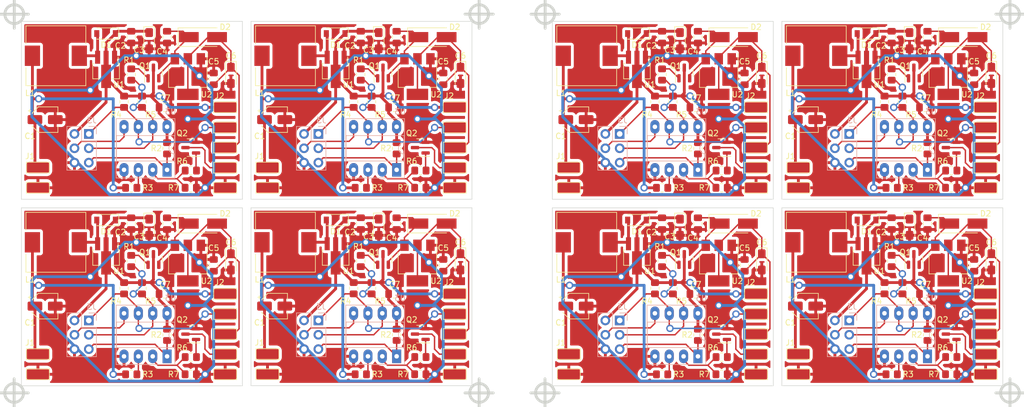
<source format=kicad_pcb>
(kicad_pcb (version 20211014) (generator pcbnew)

  (general
    (thickness 1.6)
  )

  (paper "A5")
  (title_block
    (title "Napoleon Grill Battery Supply")
    (date "2024-10-22")
    (rev "0.1-alpha")
    (company "Yavook!de")
  )

  (layers
    (0 "F.Cu" signal)
    (31 "B.Cu" signal)
    (32 "B.Adhes" user "B.Adhesive")
    (33 "F.Adhes" user "F.Adhesive")
    (34 "B.Paste" user)
    (35 "F.Paste" user)
    (36 "B.SilkS" user "B.Silkscreen")
    (37 "F.SilkS" user "F.Silkscreen")
    (38 "B.Mask" user)
    (39 "F.Mask" user)
    (40 "Dwgs.User" user "User.Drawings")
    (41 "Cmts.User" user "User.Comments")
    (42 "Eco1.User" user "User.Eco1")
    (43 "Eco2.User" user "User.Eco2")
    (44 "Edge.Cuts" user)
    (45 "Margin" user)
    (46 "B.CrtYd" user "B.Courtyard")
    (47 "F.CrtYd" user "F.Courtyard")
    (48 "B.Fab" user)
    (49 "F.Fab" user)
    (50 "User.1" user "Nutzer.1")
    (51 "User.2" user "Nutzer.2")
    (52 "User.3" user "Nutzer.3")
    (53 "User.4" user "Nutzer.4")
    (54 "User.5" user "Nutzer.5")
    (55 "User.6" user "Nutzer.6")
    (56 "User.7" user "Nutzer.7")
    (57 "User.8" user "Nutzer.8")
    (58 "User.9" user "Nutzer.9")
  )

  (setup
    (stackup
      (layer "F.SilkS" (type "Top Silk Screen"))
      (layer "F.Paste" (type "Top Solder Paste"))
      (layer "F.Mask" (type "Top Solder Mask") (thickness 0.01))
      (layer "F.Cu" (type "copper") (thickness 0.035))
      (layer "dielectric 1" (type "core") (thickness 1.51) (material "FR4") (epsilon_r 4.5) (loss_tangent 0.02))
      (layer "B.Cu" (type "copper") (thickness 0.035))
      (layer "B.Mask" (type "Bottom Solder Mask") (thickness 0.01))
      (layer "B.Paste" (type "Bottom Solder Paste"))
      (layer "B.SilkS" (type "Bottom Silk Screen"))
      (copper_finish "None")
      (dielectric_constraints no)
    )
    (pad_to_mask_clearance 0)
    (pcbplotparams
      (layerselection 0x0000000_7fffffff)
      (disableapertmacros false)
      (usegerberextensions false)
      (usegerberattributes true)
      (usegerberadvancedattributes true)
      (creategerberjobfile true)
      (svguseinch false)
      (svgprecision 6)
      (excludeedgelayer false)
      (plotframeref true)
      (viasonmask true)
      (mode 1)
      (useauxorigin false)
      (hpglpennumber 1)
      (hpglpenspeed 20)
      (hpglpendiameter 15.000000)
      (dxfpolygonmode true)
      (dxfimperialunits true)
      (dxfusepcbnewfont true)
      (psnegative true)
      (psa4output false)
      (plotreference false)
      (plotvalue false)
      (plotinvisibletext false)
      (sketchpadsonfab false)
      (subtractmaskfromsilk false)
      (outputformat 4)
      (mirror true)
      (drillshape 1)
      (scaleselection 1)
      (outputdirectory "")
    )
  )

  (net 0 "")
  (net 1 "+BATT")
  (net 2 "GND")
  (net 3 "+5V")
  (net 4 "Net-(C4-Pad2)")
  (net 5 "+3V3")
  (net 6 "Net-(D1-Pad2)")
  (net 7 "SW")
  (net 8 "LED-")
  (net 9 "~{3V3_EN}")
  (net 10 "/(MOSI)")
  (net 11 "/(~{RST})")
  (net 12 "Net-(Q1-Pad1)")
  (net 13 "Net-(Q2-Pad1)")
  (net 14 "/BAT_SENSE")
  (net 15 "/LED_ON")

  (footprint "Resistor_SMD:R_0805_2012Metric_Pad1.20x1.40mm_HandSolder" (layer "F.Cu") (at 43.561 73.279 90))

  (footprint "Inductor_SMD:L_10.4x10.4_H4.8" (layer "F.Cu") (at 64.516 23.876))

  (footprint "Capacitor_SMD:C_0805_2012Metric_Pad1.18x1.45mm_HandSolder" (layer "F.Cu") (at 177.799999 66.032699))

  (footprint "Resistor_SMD:R_0805_2012Metric_Pad1.20x1.40mm_HandSolder" (layer "F.Cu") (at 182.387999 77.208699))

  (footprint "mini-boards:SolderWire_05_2x4mm" (layer "F.Cu") (at 94.487999 66.012699 -90))

  (footprint "mini-boards:SolderWire_02_2x4mm" (layer "F.Cu") (at 20.701 76.688 -90))

  (footprint "Package_TO_SOT_SMD:SOT-223-3_TabPin2" (layer "F.Cu") (at 181.863999 60.571699 -90))

  (footprint "Diode_SMD:D_SOD-123" (layer "F.Cu") (at 126.746 19.939 180))

  (footprint "mini-boards:SolderWire_05_2x4mm" (layer "F.Cu") (at 188.467999 66.012699 -90))

  (footprint "mini-boards:SolderWire_05_2x4mm" (layer "F.Cu") (at 53.848 66.02 -90))

  (footprint "Capacitor_SMD:C_0805_2012Metric_Pad1.18x1.45mm_HandSolder" (layer "F.Cu") (at 186.435999 60.974199 90))

  (footprint "Capacitor_Tantalum_SMD:CP_EIA-3216-18_Kemet-A_Pad1.58x1.35mm_HandSolder" (layer "F.Cu") (at 54.864 60.3655 -90))

  (footprint "Package_TO_SOT_SMD:SOT-223-3_TabPin2" (layer "F.Cu") (at 47.244 60.579 -90))

  (footprint "Capacitor_SMD:C_0805_2012Metric_Pad1.18x1.45mm_HandSolder" (layer "F.Cu") (at 145.796 27.9615 90))

  (footprint "Package_TO_SOT_SMD:SOT-23" (layer "F.Cu") (at 141.732 40.132 180))

  (footprint "Resistor_SMD:R_0805_2012Metric_Pad1.20x1.40mm_HandSolder" (layer "F.Cu") (at 37.211 27.194 90))

  (footprint "Resistor_SMD:R_0805_2012Metric_Pad1.20x1.40mm_HandSolder" (layer "F.Cu") (at 170.570999 65.026699 90))

  (footprint "Package_TO_SOT_SMD:SOT-23" (layer "F.Cu") (at 182.372 40.132 180))

  (footprint "Resistor_SMD:R_0805_2012Metric_Pad1.20x1.40mm_HandSolder" (layer "F.Cu") (at 43.561 40.259 90))

  (footprint "Resistor_SMD:R_0805_2012Metric_Pad1.20x1.40mm_HandSolder" (layer "F.Cu") (at 170.571 32.014 90))

  (footprint "Resistor_SMD:R_0805_2012Metric_Pad1.20x1.40mm_HandSolder" (layer "F.Cu") (at 77.860999 80.266699 180))

  (footprint "Capacitor_SMD:C_0805_2012Metric_Pad1.18x1.45mm_HandSolder" (layer "F.Cu") (at 51.816 27.9615 90))

  (footprint "Resistor_SMD:R_0805_2012Metric_Pad1.20x1.40mm_HandSolder" (layer "F.Cu") (at 37.221 80.274 180))

  (footprint "Package_TO_SOT_SMD:SOT-89-3_Handsoldering" (layer "F.Cu") (at 126.746 26.289 -90))

  (footprint "Inductor_SMD:L_10.4x10.4_H4.8" (layer "F.Cu") (at 158.496 23.876))

  (footprint "Diode_SMD:D_SMA_Handsoldering" (layer "F.Cu") (at 49.911 53.594))

  (footprint "Diode_SMD:D_SMA_Handsoldering" (layer "F.Cu") (at 90.551 20.574))

  (footprint "Package_TO_SOT_SMD:SOT-223-3_TabPin2" (layer "F.Cu") (at 47.244 27.559 -90))

  (footprint "Inductor_SMD:L_10.4x10.4_H4.8" (layer "F.Cu") (at 117.856 56.896))

  (footprint "Resistor_SMD:R_0805_2012Metric_Pad1.20x1.40mm_HandSolder" (layer "F.Cu") (at 137.541 40.259 90))

  (footprint "Resistor_SMD:R_0805_2012Metric_Pad1.20x1.40mm_HandSolder" (layer "F.Cu") (at 171.830999 60.206699 90))

  (footprint "Capacitor_Tantalum_SMD:CP_EIA-3216-18_Kemet-A_Pad1.58x1.35mm_HandSolder" (layer "F.Cu") (at 81.026 21.209 -90))

  (footprint "Capacitor_Tantalum_SMD:CP_EIA-3216-18_Kemet-A_Pad1.58x1.35mm_HandSolder" (layer "F.Cu") (at 54.864 27.3455 -90))

  (footprint "Capacitor_Tantalum_SMD:CP_EIA-3216-18_Kemet-A_Pad1.58x1.35mm_HandSolder" (layer "F.Cu") (at 148.844 60.3655 -90))

  (footprint "Inductor_SMD:L_10.4x10.4_H4.8" (layer "F.Cu") (at 23.876 23.876))

  (footprint "Resistor_SMD:R_0805_2012Metric_Pad1.20x1.40mm_HandSolder" (layer "F.Cu") (at 77.851 27.194 90))

  (footprint "Resistor_SMD:R_0805_2012Metric_Pad1.20x1.40mm_HandSolder" (layer "F.Cu") (at 39.126 32.014 90))

  (footprint "Resistor_SMD:R_0805_2012Metric_Pad1.20x1.40mm_HandSolder" (layer "F.Cu") (at 131.191 60.214 90))

  (footprint "mini-boards:SolderWire_02_2x4mm" (layer "F.Cu") (at 155.321 43.668 -90))

  (footprint "Package_TO_SOT_SMD:SOT-23" (layer "F.Cu") (at 88.391999 73.144699 180))

  (footprint "Capacitor_Tantalum_SMD:CP_EIA-3216-18_Kemet-A_Pad1.58x1.35mm_HandSolder" (layer "F.Cu") (at 175.006 21.209 -90))

  (footprint "Diode_SMD:D_SMA_Handsoldering" (layer "F.Cu") (at 143.891 20.574))

  (footprint "Diode_SMD:D_SMA_Handsoldering" (layer "F.Cu") (at 49.911 20.574))

  (footprint "Diode_SMD:D_SOD-123" (layer "F.Cu") (at 73.406 19.939 180))

  (footprint "Resistor_SMD:R_0805_2012Metric_Pad1.20x1.40mm_HandSolder" (layer "F.Cu") (at 76.591 32.014 90))

  (footprint "Capacitor_SMD:C_0805_2012Metric_Pad1.18x1.45mm_HandSolder" (layer "F.Cu") (at 131.191 20.574 -90))

  (footprint "Resistor_SMD:R_0805_2012Metric_Pad1.20x1.40mm_HandSolder" (layer "F.Cu") (at 39.126 65.034 90))

  (footprint "Resistor_SMD:R_0805_2012Metric_Pad1.20x1.40mm_HandSolder" (layer "F.Cu") (at 182.388 44.196))

  (footprint "Capacitor_SMD:C_0805_2012Metric_Pad1.18x1.45mm_HandSolder" (layer "F.Cu") (at 83.82 33.02))

  (footprint "Resistor_SMD:R_0805_2012Metric_Pad1.20x1.40mm_HandSolder" (layer "F.Cu") (at 133.106 32.014 90))

  (footprint "Capacitor_SMD:CP_Elec_4x5.4" (layer "F.Cu") (at 115.951 35.179))

  (footprint "Package_TO_SOT_SMD:SOT-223-3_TabPin2" (layer "F.Cu") (at 141.224 60.579 -90))

  (footprint "Resistor_SMD:R_0805_2012Metric_Pad1.20x1.40mm_HandSolder" (layer "F.Cu") (at 131.201 80.274 180))

  (footprint "Resistor_SMD:R_0805_2012Metric_Pad1.20x1.40mm_HandSolder" (layer "F.Cu") (at 88.392 47.244 180))

  (footprint "Inductor_SMD:L_10.4x10.4_H4.8" (layer "F.Cu") (at 64.515999 56.888699))

  (footprint "Package_TO_SOT_SMD:SOT-89-3_Handsoldering" (layer "F.Cu")
    (tedit 5C33D6DD) (tstamp 4cda7d35-abe7-479e-9af8-23287f9c9932)
    (at 167.385999 59.301699 -90)
    (descr "SOT-89-3 Handsoldering")
    (tags "SOT-89-3 Handsoldering")
    (property "Sheetfile" "Napoleon-18650.kicad_sch")
    (property "Sheetname" "")
    (attr smd)
    (fp_text reference "U1" (at 2.667 -2.286 180) (layer "F.SilkS")
      (effects (font (size 1 1) (thickness 0.15)))
      (tstamp 927b13de-a1b2-4c42-9cb3-5b1a43c05216)
    )
    (fp_text value "QX2303L50E" (at 0.3 3.5 90) (layer "F.Fab")
      (effects (font (size 1 1) (thickness 0.15)))
      (tstamp 1f956cf2-b76b-4fb9-b9c3-2661e20caba1)
    )
    (fp_text user "${REFERENCE}" (at 0.5 0) (layer "F.Fab")
      (effects (font (size 1 1) (thickness 0.15)))
      (tstamp 6fc07099-549a-4dc5-8c80-3ec767b4b363)
    )
    (fp_line (start -1.06 -2.36) (end -1.06 -2.13) (layer "F.SilkS") (width 0.12) (tstamp 0abebbfd-5438-41bc-8a59-6ad99b886f3c))
    (fp_line (start -1.06 -2.36) (end 1.66 -2.36) (layer "F.SilkS") (width 0.12) (tstamp 0dc2cd70-6de8-45e8-a340-01c8679e5b63))
    (fp_line (start 1.66 -2.36) (end 1.66 -1.05) (layer "F.SilkS") (width 0.12) (tstamp 2e435b0f-671e-4da0-9b1a-48c487e95e18))
    (fp_line (start 1.66 2.36) (end -1.06 2.36) (layer "F.SilkS") (width 0.12) (tstamp a05199a1-3017-4a2a-b893-ebc3b2f9310b))
    (fp_line (start -2.2 -2.13) (end -1.06 -2.13) (layer "F.SilkS") (width 0.12) (tstamp b0228418-dad2-4b8d-a837-f46810bb487f))
    (fp_line (start 1.66 1.05) (end 1.66 2.36) (layer "F.SilkS") (width 0.12) (tstamp ec7993b9-2e80-41d7-a9e6-32c1a4acb73d))
    (fp_line (start -1.06 2.36) (end -1.06 2.13) (layer "F.SilkS") (width 0.12) (tstamp f2ccfe83-d3b4-4bcf-8563-fa0bd5654db1))
    (fp_line (start 3.55 -2.5) (end -3.55 -2.5) (layer "F.CrtYd") (width 0.05) (tstamp 09039133-a4cd-4c87-ad15-e7527470ab7c))
    (fp_line (start -3.55 2.5) (end 3.55 2.5) (layer "F.CrtYd") (width 0.05) (tstamp be28da98-0ed6-46a8-981d-24fa2887e168))
    (fp_line (start 3.55 -2.5) (end 3.55 2.5) (layer "F.CrtYd") (width 0.05) (tstamp d5ce9073-f652-421d-afde-0d7f90c33390))
    (fp_line (start -3.55 2.5) (end -3.55 -2.5) (layer "F.CrtYd") (width 0.05) (tstamp f074bef8-5e6d-4f4f-8d44-54c397c827ce))
    (fp_line (start 0.05 -2.25) (end 1.55 -2.25) (layer "F.Fab") (width 0.1) (tstamp 256f1b08-c503-4652-af63-7c28ab1c6219))
    (fp_line (start -0.95 2.25) (end -0.95 -1.25) (layer "F.Fab") (width 0.1) (tstamp 7b7b3eb8-bf5e-436f-93fa-fbc636b3b09a))
    (fp_line (start 1.55 -2.25) (end 1.55 2.25) (layer "F.Fab") (width 0.1) (tstamp 914b97a7-9ab8-451c-a722-b00b43b0407a))
    (fp_line (start 1.55 2.25) (end -0.95 2.25) (layer "F.Fab") (width 0.1) (tstamp bbe6d1fa-41f5-4203-bfc1-ec3317627975))
    (fp_line (start -0.95 -1.25) (end 0.05 -2.25) (layer "F.Fab") (width 0.1) (tstamp eef31ba5-994a-4dab-8b67-8b56d6ec3764))
    (pad "1" smd rect (at -2.15 -1.5 270) (size 2.3 0.9) (layers "F.Cu" "F.Paste" "F.Mask")
      (net 2 "GND") (pinfunction "GND") (pintype "power_in") (tstamp 64fbefce-a964-4fb3-859a-3fdb8eab745c))
    (pad "2" smd custom (at -2.0625 0 270) (size 2.475 0.9) (layers "F.Cu" "F.Paste" "F.Mask")
      (net 3 "+5V") (pinfunction "VO") (pintype "power_out") (zone_connect 2)
      (options (clearance outline) (anchor rect))
      (primitives
        (gr_poly (p
... [1603458 chars truncated]
</source>
